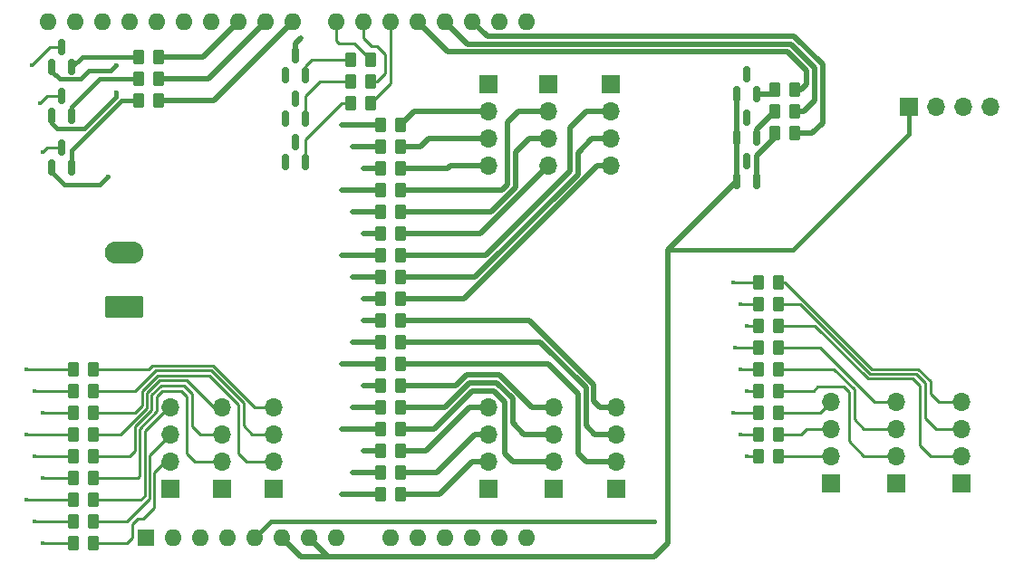
<source format=gbr>
%TF.GenerationSoftware,KiCad,Pcbnew,(6.0.7)*%
%TF.CreationDate,2023-03-18T11:43:07+08:00*%
%TF.ProjectId,LED driver,4c454420-6472-4697-9665-722e6b696361,rev?*%
%TF.SameCoordinates,Original*%
%TF.FileFunction,Copper,L1,Top*%
%TF.FilePolarity,Positive*%
%FSLAX46Y46*%
G04 Gerber Fmt 4.6, Leading zero omitted, Abs format (unit mm)*
G04 Created by KiCad (PCBNEW (6.0.7)) date 2023-03-18 11:43:07*
%MOMM*%
%LPD*%
G01*
G04 APERTURE LIST*
G04 Aperture macros list*
%AMRoundRect*
0 Rectangle with rounded corners*
0 $1 Rounding radius*
0 $2 $3 $4 $5 $6 $7 $8 $9 X,Y pos of 4 corners*
0 Add a 4 corners polygon primitive as box body*
4,1,4,$2,$3,$4,$5,$6,$7,$8,$9,$2,$3,0*
0 Add four circle primitives for the rounded corners*
1,1,$1+$1,$2,$3*
1,1,$1+$1,$4,$5*
1,1,$1+$1,$6,$7*
1,1,$1+$1,$8,$9*
0 Add four rect primitives between the rounded corners*
20,1,$1+$1,$2,$3,$4,$5,0*
20,1,$1+$1,$4,$5,$6,$7,0*
20,1,$1+$1,$6,$7,$8,$9,0*
20,1,$1+$1,$8,$9,$2,$3,0*%
G04 Aperture macros list end*
%TA.AperFunction,SMDPad,CuDef*%
%ADD10RoundRect,0.250000X-0.262500X-0.450000X0.262500X-0.450000X0.262500X0.450000X-0.262500X0.450000X0*%
%TD*%
%TA.AperFunction,SMDPad,CuDef*%
%ADD11RoundRect,0.150000X0.150000X-0.587500X0.150000X0.587500X-0.150000X0.587500X-0.150000X-0.587500X0*%
%TD*%
%TA.AperFunction,ComponentPad*%
%ADD12RoundRect,0.249999X1.550001X-0.790001X1.550001X0.790001X-1.550001X0.790001X-1.550001X-0.790001X0*%
%TD*%
%TA.AperFunction,ComponentPad*%
%ADD13O,3.600000X2.080000*%
%TD*%
%TA.AperFunction,SMDPad,CuDef*%
%ADD14RoundRect,0.250000X0.262500X0.450000X-0.262500X0.450000X-0.262500X-0.450000X0.262500X-0.450000X0*%
%TD*%
%TA.AperFunction,ComponentPad*%
%ADD15R,1.700000X1.700000*%
%TD*%
%TA.AperFunction,ComponentPad*%
%ADD16O,1.700000X1.700000*%
%TD*%
%TA.AperFunction,ComponentPad*%
%ADD17R,1.600000X1.600000*%
%TD*%
%TA.AperFunction,ComponentPad*%
%ADD18O,1.600000X1.600000*%
%TD*%
%TA.AperFunction,ViaPad*%
%ADD19C,0.400000*%
%TD*%
%TA.AperFunction,Conductor*%
%ADD20C,0.381000*%
%TD*%
%TA.AperFunction,Conductor*%
%ADD21C,0.508000*%
%TD*%
%TA.AperFunction,Conductor*%
%ADD22C,0.254000*%
%TD*%
G04 APERTURE END LIST*
D10*
%TO.P,R7,1*%
%TO.N,R1*%
X161901500Y-102362000D03*
%TO.P,R7,2*%
%TO.N,Net-(J4-Pad2)*%
X163726500Y-102362000D03*
%TD*%
D11*
%TO.P,Q1,1,E*%
%TO.N,GND*%
X159832000Y-88821500D03*
%TO.P,Q1,2,B*%
%TO.N,Net-(Q1-Pad2)*%
X161732000Y-88821500D03*
%TO.P,Q1,3,C*%
%TO.N,R1*%
X160782000Y-86946500D03*
%TD*%
%TO.P,Q8,1,E*%
%TO.N,GND*%
X95824000Y-82725500D03*
%TO.P,Q8,2,B*%
%TO.N,Net-(Q8-Pad2)*%
X97724000Y-82725500D03*
%TO.P,Q8,3,C*%
%TO.N,G3*%
X96774000Y-80850500D03*
%TD*%
D10*
%TO.P,R10,1*%
%TO.N,R1*%
X161901500Y-114554000D03*
%TO.P,R10,2*%
%TO.N,Net-(J5-Pad2)*%
X163726500Y-114554000D03*
%TD*%
%TO.P,R32,1*%
%TO.N,G2*%
X126595500Y-116078000D03*
%TO.P,R32,2*%
%TO.N,Net-(J11-Pad3)*%
X128420500Y-116078000D03*
%TD*%
D11*
%TO.P,Q7,1,E*%
%TO.N,GND*%
X95824000Y-87551500D03*
%TO.P,Q7,2,B*%
%TO.N,Net-(Q7-Pad2)*%
X97724000Y-87551500D03*
%TO.P,Q7,3,C*%
%TO.N,R3*%
X96774000Y-85676500D03*
%TD*%
D10*
%TO.P,R20,1*%
%TO.N,G2*%
X126595500Y-97790000D03*
%TO.P,R20,2*%
%TO.N,Net-(J8-Pad3)*%
X128420500Y-97790000D03*
%TD*%
D12*
%TO.P,J2,1,Pin_1*%
%TO.N,+5V*%
X102616000Y-100584000D03*
D13*
%TO.P,J2,2,Pin_2*%
%TO.N,GND*%
X102616000Y-95504000D03*
%TD*%
D10*
%TO.P,R5,1*%
%TO.N,G1*%
X161901500Y-106426000D03*
%TO.P,R5,2*%
%TO.N,Net-(J3-Pad3)*%
X163726500Y-106426000D03*
%TD*%
%TO.P,R17,1*%
%TO.N,G2*%
X126595500Y-91694000D03*
%TO.P,R17,2*%
%TO.N,Net-(J7-Pad3)*%
X128420500Y-91694000D03*
%TD*%
D11*
%TO.P,Q9,1,E*%
%TO.N,GND*%
X95824000Y-78153500D03*
%TO.P,Q9,2,B*%
%TO.N,Net-(Q9-Pad2)*%
X97724000Y-78153500D03*
%TO.P,Q9,3,C*%
%TO.N,B3*%
X96774000Y-76278500D03*
%TD*%
D14*
%TO.P,R1,1*%
%TO.N,D2*%
X165250500Y-84328000D03*
%TO.P,R1,2*%
%TO.N,Net-(Q1-Pad2)*%
X163425500Y-84328000D03*
%TD*%
D10*
%TO.P,R4,1*%
%TO.N,R1*%
X161901500Y-108458000D03*
%TO.P,R4,2*%
%TO.N,Net-(J3-Pad2)*%
X163726500Y-108458000D03*
%TD*%
%TO.P,R41,1*%
%TO.N,G3*%
X97893500Y-114554000D03*
%TO.P,R41,2*%
%TO.N,Net-(J13-Pad3)*%
X99718500Y-114554000D03*
%TD*%
D15*
%TO.P,J5,1,Pin_1*%
%TO.N,+5V*%
X168656000Y-117094000D03*
D16*
%TO.P,J5,2,Pin_2*%
%TO.N,Net-(J5-Pad2)*%
X168656000Y-114554000D03*
%TO.P,J5,3,Pin_3*%
%TO.N,Net-(J5-Pad3)*%
X168656000Y-112014000D03*
%TO.P,J5,4,Pin_4*%
%TO.N,Net-(J5-Pad4)*%
X168656000Y-109474000D03*
%TD*%
D10*
%TO.P,R9,1*%
%TO.N,B1*%
X161901500Y-98298000D03*
%TO.P,R9,2*%
%TO.N,Net-(J4-Pad4)*%
X163726500Y-98298000D03*
%TD*%
%TO.P,R27,1*%
%TO.N,B2*%
X126595500Y-101854000D03*
%TO.P,R27,2*%
%TO.N,Net-(J9-Pad4)*%
X128420500Y-101854000D03*
%TD*%
D15*
%TO.P,J12,1,Pin_1*%
%TO.N,+5V*%
X106934000Y-117592000D03*
D16*
%TO.P,J12,2,Pin_2*%
%TO.N,Net-(J12-Pad2)*%
X106934000Y-115052000D03*
%TO.P,J12,3,Pin_3*%
%TO.N,Net-(J12-Pad3)*%
X106934000Y-112512000D03*
%TO.P,J12,4,Pin_4*%
%TO.N,Net-(J12-Pad4)*%
X106934000Y-109972000D03*
%TD*%
D15*
%TO.P,J8,1,Pin_1*%
%TO.N,+5V*%
X148082000Y-79756000D03*
D16*
%TO.P,J8,2,Pin_2*%
%TO.N,Net-(J8-Pad2)*%
X148082000Y-82296000D03*
%TO.P,J8,3,Pin_3*%
%TO.N,Net-(J8-Pad3)*%
X148082000Y-84836000D03*
%TO.P,J8,4,Pin_4*%
%TO.N,Net-(J8-Pad4)*%
X148082000Y-87376000D03*
%TD*%
D14*
%TO.P,R2,1*%
%TO.N,D3*%
X165250500Y-82296000D03*
%TO.P,R2,2*%
%TO.N,Net-(Q2-Pad2)*%
X163425500Y-82296000D03*
%TD*%
D15*
%TO.P,J11,1,Pin_1*%
%TO.N,+5V*%
X136652000Y-117592000D03*
D16*
%TO.P,J11,2,Pin_2*%
%TO.N,Net-(J11-Pad2)*%
X136652000Y-115052000D03*
%TO.P,J11,3,Pin_3*%
%TO.N,Net-(J11-Pad3)*%
X136652000Y-112512000D03*
%TO.P,J11,4,Pin_4*%
%TO.N,Net-(J11-Pad4)*%
X136652000Y-109972000D03*
%TD*%
D10*
%TO.P,R40,1*%
%TO.N,R3*%
X97893500Y-116586000D03*
%TO.P,R40,2*%
%TO.N,Net-(J13-Pad2)*%
X99718500Y-116586000D03*
%TD*%
%TO.P,R26,1*%
%TO.N,G2*%
X126595500Y-103886000D03*
%TO.P,R26,2*%
%TO.N,Net-(J9-Pad3)*%
X128420500Y-103886000D03*
%TD*%
D14*
%TO.P,R3,1*%
%TO.N,D4*%
X165250500Y-80264000D03*
%TO.P,R3,2*%
%TO.N,Net-(Q3-Pad2)*%
X163425500Y-80264000D03*
%TD*%
%TO.P,R35,1*%
%TO.N,D9*%
X105814500Y-79248000D03*
%TO.P,R35,2*%
%TO.N,Net-(Q8-Pad2)*%
X103989500Y-79248000D03*
%TD*%
D11*
%TO.P,Q6,1,E*%
%TO.N,GND*%
X117668000Y-78915500D03*
%TO.P,Q6,2,B*%
%TO.N,Net-(Q6-Pad2)*%
X119568000Y-78915500D03*
%TO.P,Q6,3,C*%
%TO.N,B2*%
X118618000Y-77040500D03*
%TD*%
D15*
%TO.P,J6,1,Pin_1*%
%TO.N,+5V*%
X136652000Y-79756000D03*
D16*
%TO.P,J6,2,Pin_2*%
%TO.N,Net-(J6-Pad2)*%
X136652000Y-82296000D03*
%TO.P,J6,3,Pin_3*%
%TO.N,Net-(J6-Pad3)*%
X136652000Y-84836000D03*
%TO.P,J6,4,Pin_4*%
%TO.N,Net-(J6-Pad4)*%
X136652000Y-87376000D03*
%TD*%
D10*
%TO.P,R44,1*%
%TO.N,G3*%
X97893500Y-108458000D03*
%TO.P,R44,2*%
%TO.N,Net-(J14-Pad3)*%
X99718500Y-108458000D03*
%TD*%
%TO.P,R14,1*%
%TO.N,G2*%
X126595500Y-85598000D03*
%TO.P,R14,2*%
%TO.N,Net-(J6-Pad3)*%
X128420500Y-85598000D03*
%TD*%
%TO.P,R25,1*%
%TO.N,R2*%
X126595500Y-105918000D03*
%TO.P,R25,2*%
%TO.N,Net-(J9-Pad2)*%
X128420500Y-105918000D03*
%TD*%
%TO.P,R12,1*%
%TO.N,B1*%
X161901500Y-110490000D03*
%TO.P,R12,2*%
%TO.N,Net-(J5-Pad4)*%
X163726500Y-110490000D03*
%TD*%
%TO.P,R43,1*%
%TO.N,R3*%
X97893500Y-110490000D03*
%TO.P,R43,2*%
%TO.N,Net-(J14-Pad2)*%
X99718500Y-110490000D03*
%TD*%
%TO.P,R42,1*%
%TO.N,B3*%
X97893500Y-112522000D03*
%TO.P,R42,2*%
%TO.N,Net-(J13-Pad4)*%
X99718500Y-112522000D03*
%TD*%
%TO.P,R21,1*%
%TO.N,B2*%
X126595500Y-99822000D03*
%TO.P,R21,2*%
%TO.N,Net-(J8-Pad4)*%
X128420500Y-99822000D03*
%TD*%
D11*
%TO.P,Q4,1,E*%
%TO.N,GND*%
X117668000Y-87043500D03*
%TO.P,Q4,2,B*%
%TO.N,Net-(Q4-Pad2)*%
X119568000Y-87043500D03*
%TO.P,Q4,3,C*%
%TO.N,R2*%
X118618000Y-85168500D03*
%TD*%
D10*
%TO.P,R11,1*%
%TO.N,G1*%
X161901500Y-112522000D03*
%TO.P,R11,2*%
%TO.N,Net-(J5-Pad3)*%
X163726500Y-112522000D03*
%TD*%
%TO.P,R45,1*%
%TO.N,B3*%
X97893500Y-106426000D03*
%TO.P,R45,2*%
%TO.N,Net-(J14-Pad4)*%
X99718500Y-106426000D03*
%TD*%
D15*
%TO.P,J4,1,Pin_1*%
%TO.N,+5V*%
X180848000Y-117084000D03*
D16*
%TO.P,J4,2,Pin_2*%
%TO.N,Net-(J4-Pad2)*%
X180848000Y-114544000D03*
%TO.P,J4,3,Pin_3*%
%TO.N,Net-(J4-Pad3)*%
X180848000Y-112004000D03*
%TO.P,J4,4,Pin_4*%
%TO.N,Net-(J4-Pad4)*%
X180848000Y-109464000D03*
%TD*%
D10*
%TO.P,R33,1*%
%TO.N,B2*%
X126595500Y-114046000D03*
%TO.P,R33,2*%
%TO.N,Net-(J11-Pad4)*%
X128420500Y-114046000D03*
%TD*%
%TO.P,R16,1*%
%TO.N,R2*%
X126595500Y-89662000D03*
%TO.P,R16,2*%
%TO.N,Net-(J7-Pad2)*%
X128420500Y-89662000D03*
%TD*%
D15*
%TO.P,J9,1,Pin_1*%
%TO.N,+5V*%
X148590000Y-117612000D03*
D16*
%TO.P,J9,2,Pin_2*%
%TO.N,Net-(J9-Pad2)*%
X148590000Y-115072000D03*
%TO.P,J9,3,Pin_3*%
%TO.N,Net-(J9-Pad3)*%
X148590000Y-112532000D03*
%TO.P,J9,4,Pin_4*%
%TO.N,Net-(J9-Pad4)*%
X148590000Y-109992000D03*
%TD*%
D15*
%TO.P,J10,1,Pin_1*%
%TO.N,+5V*%
X142748000Y-117602000D03*
D16*
%TO.P,J10,2,Pin_2*%
%TO.N,Net-(J10-Pad2)*%
X142748000Y-115062000D03*
%TO.P,J10,3,Pin_3*%
%TO.N,Net-(J10-Pad3)*%
X142748000Y-112522000D03*
%TO.P,J10,4,Pin_4*%
%TO.N,Net-(J10-Pad4)*%
X142748000Y-109982000D03*
%TD*%
D14*
%TO.P,R23,1*%
%TO.N,D6*%
X125626500Y-79502000D03*
%TO.P,R23,2*%
%TO.N,Net-(Q5-Pad2)*%
X123801500Y-79502000D03*
%TD*%
D15*
%TO.P,J14,1,Pin_1*%
%TO.N,+5V*%
X116586000Y-117592000D03*
D16*
%TO.P,J14,2,Pin_2*%
%TO.N,Net-(J14-Pad2)*%
X116586000Y-115052000D03*
%TO.P,J14,3,Pin_3*%
%TO.N,Net-(J14-Pad3)*%
X116586000Y-112512000D03*
%TO.P,J14,4,Pin_4*%
%TO.N,Net-(J14-Pad4)*%
X116586000Y-109972000D03*
%TD*%
D10*
%TO.P,R6,1*%
%TO.N,B1*%
X161901500Y-104394000D03*
%TO.P,R6,2*%
%TO.N,Net-(J3-Pad4)*%
X163726500Y-104394000D03*
%TD*%
D15*
%TO.P,J7,1,Pin_1*%
%TO.N,+5V*%
X142240000Y-79756000D03*
D16*
%TO.P,J7,2,Pin_2*%
%TO.N,Net-(J7-Pad2)*%
X142240000Y-82296000D03*
%TO.P,J7,3,Pin_3*%
%TO.N,Net-(J7-Pad3)*%
X142240000Y-84836000D03*
%TO.P,J7,4,Pin_4*%
%TO.N,Net-(J7-Pad4)*%
X142240000Y-87376000D03*
%TD*%
D15*
%TO.P,J13,1,Pin_1*%
%TO.N,+5V*%
X111760000Y-117592000D03*
D16*
%TO.P,J13,2,Pin_2*%
%TO.N,Net-(J13-Pad2)*%
X111760000Y-115052000D03*
%TO.P,J13,3,Pin_3*%
%TO.N,Net-(J13-Pad3)*%
X111760000Y-112512000D03*
%TO.P,J13,4,Pin_4*%
%TO.N,Net-(J13-Pad4)*%
X111760000Y-109972000D03*
%TD*%
D10*
%TO.P,R31,1*%
%TO.N,R2*%
X126595500Y-118110000D03*
%TO.P,R31,2*%
%TO.N,Net-(J11-Pad2)*%
X128420500Y-118110000D03*
%TD*%
D14*
%TO.P,R34,1*%
%TO.N,D8*%
X105814500Y-81280000D03*
%TO.P,R34,2*%
%TO.N,Net-(Q7-Pad2)*%
X103989500Y-81280000D03*
%TD*%
D10*
%TO.P,R28,1*%
%TO.N,R2*%
X126595500Y-112014000D03*
%TO.P,R28,2*%
%TO.N,Net-(J10-Pad2)*%
X128420500Y-112014000D03*
%TD*%
D11*
%TO.P,Q2,1,E*%
%TO.N,GND*%
X159832000Y-84757500D03*
%TO.P,Q2,2,B*%
%TO.N,Net-(Q2-Pad2)*%
X161732000Y-84757500D03*
%TO.P,Q2,3,C*%
%TO.N,G1*%
X160782000Y-82882500D03*
%TD*%
D10*
%TO.P,R18,1*%
%TO.N,B2*%
X126595500Y-93726000D03*
%TO.P,R18,2*%
%TO.N,Net-(J7-Pad4)*%
X128420500Y-93726000D03*
%TD*%
D14*
%TO.P,R36,1*%
%TO.N,D10*%
X105814500Y-77216000D03*
%TO.P,R36,2*%
%TO.N,Net-(Q9-Pad2)*%
X103989500Y-77216000D03*
%TD*%
D11*
%TO.P,Q5,1,E*%
%TO.N,GND*%
X117668000Y-82979500D03*
%TO.P,Q5,2,B*%
%TO.N,Net-(Q5-Pad2)*%
X119568000Y-82979500D03*
%TO.P,Q5,3,C*%
%TO.N,G2*%
X118618000Y-81104500D03*
%TD*%
D10*
%TO.P,R38,1*%
%TO.N,G3*%
X97893500Y-120650000D03*
%TO.P,R38,2*%
%TO.N,Net-(J12-Pad3)*%
X99718500Y-120650000D03*
%TD*%
%TO.P,R15,1*%
%TO.N,B2*%
X126595500Y-87630000D03*
%TO.P,R15,2*%
%TO.N,Net-(J6-Pad4)*%
X128420500Y-87630000D03*
%TD*%
D11*
%TO.P,Q3,1,E*%
%TO.N,GND*%
X159832000Y-80693500D03*
%TO.P,Q3,2,B*%
%TO.N,Net-(Q3-Pad2)*%
X161732000Y-80693500D03*
%TO.P,Q3,3,C*%
%TO.N,B1*%
X160782000Y-78818500D03*
%TD*%
D10*
%TO.P,R8,1*%
%TO.N,G1*%
X161901500Y-100330000D03*
%TO.P,R8,2*%
%TO.N,Net-(J4-Pad3)*%
X163726500Y-100330000D03*
%TD*%
%TO.P,R30,1*%
%TO.N,B2*%
X126595500Y-107950000D03*
%TO.P,R30,2*%
%TO.N,Net-(J10-Pad4)*%
X128420500Y-107950000D03*
%TD*%
%TO.P,R39,1*%
%TO.N,B3*%
X97893500Y-118618000D03*
%TO.P,R39,2*%
%TO.N,Net-(J12-Pad4)*%
X99718500Y-118618000D03*
%TD*%
D15*
%TO.P,J3,1,Pin_1*%
%TO.N,+5V*%
X174752000Y-117094000D03*
D16*
%TO.P,J3,2,Pin_2*%
%TO.N,Net-(J3-Pad2)*%
X174752000Y-114554000D03*
%TO.P,J3,3,Pin_3*%
%TO.N,Net-(J3-Pad3)*%
X174752000Y-112014000D03*
%TO.P,J3,4,Pin_4*%
%TO.N,Net-(J3-Pad4)*%
X174752000Y-109474000D03*
%TD*%
D14*
%TO.P,R24,1*%
%TO.N,D7*%
X125626500Y-77470000D03*
%TO.P,R24,2*%
%TO.N,Net-(Q6-Pad2)*%
X123801500Y-77470000D03*
%TD*%
D15*
%TO.P,J1,1,Pin_1*%
%TO.N,GND*%
X175905000Y-81845000D03*
D16*
%TO.P,J1,2,Pin_2*%
%TO.N,+5VD*%
X178445000Y-81845000D03*
%TO.P,J1,3,Pin_3*%
%TO.N,SDA*%
X180985000Y-81845000D03*
%TO.P,J1,4,Pin_4*%
%TO.N,SCL*%
X183525000Y-81845000D03*
%TD*%
D10*
%TO.P,R29,1*%
%TO.N,G2*%
X126595500Y-109982000D03*
%TO.P,R29,2*%
%TO.N,Net-(J10-Pad3)*%
X128420500Y-109982000D03*
%TD*%
D14*
%TO.P,R22,1*%
%TO.N,D5*%
X125626500Y-81534000D03*
%TO.P,R22,2*%
%TO.N,Net-(Q4-Pad2)*%
X123801500Y-81534000D03*
%TD*%
D10*
%TO.P,R37,1*%
%TO.N,R3*%
X97893500Y-122682000D03*
%TO.P,R37,2*%
%TO.N,Net-(J12-Pad2)*%
X99718500Y-122682000D03*
%TD*%
%TO.P,R13,1*%
%TO.N,R2*%
X126595500Y-83566000D03*
%TO.P,R13,2*%
%TO.N,Net-(J6-Pad2)*%
X128420500Y-83566000D03*
%TD*%
%TO.P,R19,1*%
%TO.N,R2*%
X126595500Y-95758000D03*
%TO.P,R19,2*%
%TO.N,Net-(J8-Pad2)*%
X128420500Y-95758000D03*
%TD*%
D17*
%TO.P,A1,1,NC*%
%TO.N,unconnected-(A1-Pad1)*%
X104648000Y-122174000D03*
D18*
%TO.P,A1,2,IOREF*%
%TO.N,unconnected-(A1-Pad2)*%
X107188000Y-122174000D03*
%TO.P,A1,3,~{RESET}*%
%TO.N,unconnected-(A1-Pad3)*%
X109728000Y-122174000D03*
%TO.P,A1,4,3V3*%
%TO.N,unconnected-(A1-Pad4)*%
X112268000Y-122174000D03*
%TO.P,A1,5,+5V*%
%TO.N,+5VD*%
X114808000Y-122174000D03*
%TO.P,A1,6,GND*%
%TO.N,GND*%
X117348000Y-122174000D03*
%TO.P,A1,7,GND*%
X119888000Y-122174000D03*
%TO.P,A1,8,VIN*%
%TO.N,unconnected-(A1-Pad8)*%
X122428000Y-122174000D03*
%TO.P,A1,9,A0*%
%TO.N,unconnected-(A1-Pad9)*%
X127508000Y-122174000D03*
%TO.P,A1,10,A1*%
%TO.N,unconnected-(A1-Pad10)*%
X130048000Y-122174000D03*
%TO.P,A1,11,A2*%
%TO.N,unconnected-(A1-Pad11)*%
X132588000Y-122174000D03*
%TO.P,A1,12,A3*%
%TO.N,unconnected-(A1-Pad12)*%
X135128000Y-122174000D03*
%TO.P,A1,13,SDA/A4*%
%TO.N,SDA*%
X137668000Y-122174000D03*
%TO.P,A1,14,SCL/A5*%
%TO.N,SCL*%
X140208000Y-122174000D03*
%TO.P,A1,15,D0/RX*%
%TO.N,unconnected-(A1-Pad15)*%
X140208000Y-73914000D03*
%TO.P,A1,16,D1/TX*%
%TO.N,unconnected-(A1-Pad16)*%
X137668000Y-73914000D03*
%TO.P,A1,17,D2*%
%TO.N,D2*%
X135128000Y-73914000D03*
%TO.P,A1,18,D3*%
%TO.N,D3*%
X132588000Y-73914000D03*
%TO.P,A1,19,D4*%
%TO.N,D4*%
X130048000Y-73914000D03*
%TO.P,A1,20,D5*%
%TO.N,D5*%
X127508000Y-73914000D03*
%TO.P,A1,21,D6*%
%TO.N,D6*%
X124968000Y-73914000D03*
%TO.P,A1,22,D7*%
%TO.N,D7*%
X122428000Y-73914000D03*
%TO.P,A1,23,D8*%
%TO.N,D8*%
X118368000Y-73914000D03*
%TO.P,A1,24,D9*%
%TO.N,D9*%
X115828000Y-73914000D03*
%TO.P,A1,25,D10*%
%TO.N,D10*%
X113288000Y-73914000D03*
%TO.P,A1,26,D11*%
%TO.N,unconnected-(A1-Pad26)*%
X110748000Y-73914000D03*
%TO.P,A1,27,D12*%
%TO.N,unconnected-(A1-Pad27)*%
X108208000Y-73914000D03*
%TO.P,A1,28,D13*%
%TO.N,unconnected-(A1-Pad28)*%
X105668000Y-73914000D03*
%TO.P,A1,29,GND*%
%TO.N,GND*%
X103128000Y-73914000D03*
%TO.P,A1,30,AREF*%
%TO.N,unconnected-(A1-Pad30)*%
X100588000Y-73914000D03*
%TO.P,A1,31,SDA/A4*%
%TO.N,unconnected-(A1-Pad31)*%
X98048000Y-73914000D03*
%TO.P,A1,32,SCL/A5*%
%TO.N,unconnected-(A1-Pad32)*%
X95508000Y-73914000D03*
%TD*%
D19*
%TO.N,+5VD*%
X152146000Y-120650000D03*
%TO.N,GND*%
X101092000Y-88392000D03*
X117668000Y-78915500D03*
X117668000Y-87043500D03*
X101854000Y-77978000D03*
X101854000Y-80518000D03*
X117668000Y-82979500D03*
%TO.N,R1*%
X160782000Y-114554000D03*
X160782000Y-102362000D03*
X160800500Y-108458000D03*
X160782000Y-86868000D03*
%TO.N,G1*%
X160147000Y-106426000D03*
X160147000Y-112522000D03*
X160782000Y-82804000D03*
X160147000Y-100330000D03*
%TO.N,B1*%
X159620500Y-104394000D03*
X160782000Y-78740000D03*
X159512000Y-110490000D03*
X159512000Y-98298000D03*
%TO.N,R2*%
X122936000Y-105918000D03*
X122936000Y-83566000D03*
X122936000Y-89662000D03*
X118618000Y-85090000D03*
X122936000Y-118110000D03*
X122936000Y-112014000D03*
X122936000Y-95758000D03*
%TO.N,G2*%
X123952000Y-109982000D03*
X123952000Y-97790000D03*
X123952000Y-85598000D03*
X123952000Y-116078000D03*
X123952000Y-103886000D03*
X123952000Y-91694000D03*
X118618000Y-81026000D03*
%TO.N,B2*%
X124968000Y-101854000D03*
X124968000Y-114046000D03*
X124968000Y-99822000D03*
X124968000Y-87630000D03*
X119126000Y-75438000D03*
X124968000Y-93726000D03*
X124968000Y-107950000D03*
%TO.N,R3*%
X94996000Y-86106000D03*
X94996000Y-116586000D03*
X94996000Y-122682000D03*
X94996000Y-110490000D03*
%TO.N,G3*%
X94234000Y-108458000D03*
X94234000Y-114554000D03*
X94234000Y-120650000D03*
X94742000Y-81534000D03*
%TO.N,B3*%
X93472000Y-106426000D03*
X93980000Y-77978000D03*
X93472000Y-118618000D03*
X93472000Y-112522000D03*
%TD*%
D20*
%TO.N,+5VD*%
X116332000Y-120650000D02*
X139954000Y-120650000D01*
X114808000Y-122174000D02*
X116332000Y-120650000D01*
X139954000Y-120650000D02*
X152146000Y-120650000D01*
D21*
%TO.N,GND*%
X119126000Y-123952000D02*
X117348000Y-122174000D01*
D20*
X101854000Y-80967020D02*
X98903510Y-83917510D01*
X99314000Y-78486000D02*
X98518980Y-79281020D01*
X101854000Y-80518000D02*
X101854000Y-80967020D01*
X95824000Y-78552000D02*
X95824000Y-78153500D01*
X101092000Y-88392000D02*
X100330000Y-89154000D01*
X101854000Y-77978000D02*
X101346000Y-78486000D01*
X100330000Y-89154000D02*
X97028000Y-89154000D01*
D21*
X122428000Y-123952000D02*
X119126000Y-123952000D01*
X153416000Y-122682000D02*
X152146000Y-123952000D01*
X152146000Y-123952000D02*
X122428000Y-123952000D01*
D20*
X96553020Y-79281020D02*
X95824000Y-78552000D01*
D21*
X159832000Y-88821500D02*
X153416000Y-95237500D01*
X119888000Y-122174000D02*
X121666000Y-123952000D01*
D20*
X97028000Y-89154000D02*
X95824000Y-87950000D01*
X96363510Y-83917510D02*
X95824000Y-83378000D01*
X95824000Y-87950000D02*
X95824000Y-87551500D01*
X98518980Y-79281020D02*
X96553020Y-79281020D01*
X175905000Y-81845000D02*
X175905000Y-84445000D01*
X165112500Y-95237500D02*
X153416000Y-95237500D01*
D21*
X159832000Y-80693500D02*
X159832000Y-88821500D01*
D20*
X95824000Y-83378000D02*
X95824000Y-82725500D01*
D21*
X153416000Y-95237500D02*
X153416000Y-122682000D01*
D20*
X175905000Y-84445000D02*
X165112500Y-95237500D01*
D21*
X121666000Y-123952000D02*
X122428000Y-123952000D01*
D20*
X101346000Y-78486000D02*
X99314000Y-78486000D01*
X98903510Y-83917510D02*
X96363510Y-83917510D01*
D21*
%TO.N,D2*%
X165193544Y-75292960D02*
X167839520Y-77938936D01*
X135128000Y-73914000D02*
X136506960Y-75292960D01*
X166878000Y-84328000D02*
X165250500Y-84328000D01*
X136506960Y-75292960D02*
X165193544Y-75292960D01*
X167839520Y-83366480D02*
X166878000Y-84328000D01*
X167839520Y-77938936D02*
X167839520Y-83366480D01*
%TO.N,D3*%
X164900480Y-76000480D02*
X167132000Y-78232000D01*
X134674480Y-76000480D02*
X164900480Y-76000480D01*
X166116000Y-82296000D02*
X165250500Y-82296000D01*
X167132000Y-81280000D02*
X166116000Y-82296000D01*
X132588000Y-73914000D02*
X134674480Y-76000480D01*
X167132000Y-78232000D02*
X167132000Y-81280000D01*
%TO.N,D4*%
X130048000Y-73914000D02*
X132842000Y-76708000D01*
X132842000Y-76708000D02*
X164592000Y-76708000D01*
X165862000Y-80264000D02*
X165250500Y-80264000D01*
X166370000Y-78486000D02*
X166370000Y-79756000D01*
X164592000Y-76708000D02*
X166370000Y-78486000D01*
X166370000Y-79756000D02*
X165862000Y-80264000D01*
D22*
%TO.N,D5*%
X127508000Y-73914000D02*
X127508000Y-79652500D01*
X127508000Y-79652500D02*
X125626500Y-81534000D01*
%TO.N,D6*%
X124968000Y-73914000D02*
X124968000Y-75438000D01*
X125730000Y-76200000D02*
X126238000Y-76200000D01*
X126238000Y-79502000D02*
X125626500Y-79502000D01*
X124968000Y-75438000D02*
X125730000Y-76200000D01*
X126238000Y-76200000D02*
X127000000Y-76962000D01*
X127000000Y-76962000D02*
X127000000Y-78740000D01*
X127000000Y-78740000D02*
X126238000Y-79502000D01*
%TO.N,D7*%
X124102500Y-75946000D02*
X125626500Y-77470000D01*
X122682000Y-75946000D02*
X124102500Y-75946000D01*
X122428000Y-75692000D02*
X122682000Y-75946000D01*
X122428000Y-73914000D02*
X122428000Y-75692000D01*
D21*
%TO.N,D8*%
X111002000Y-81280000D02*
X105814500Y-81280000D01*
X118368000Y-73914000D02*
X111002000Y-81280000D01*
%TO.N,D9*%
X110494000Y-79248000D02*
X115828000Y-73914000D01*
X105814500Y-79248000D02*
X110494000Y-79248000D01*
%TO.N,D10*%
X113288000Y-73914000D02*
X109986000Y-77216000D01*
X109986000Y-77216000D02*
X105814500Y-77216000D01*
D22*
%TO.N,Net-(J3-Pad2)*%
X167386000Y-108077000D02*
X169799000Y-108077000D01*
X163726500Y-108458000D02*
X167005000Y-108458000D01*
X169799000Y-108077000D02*
X170307000Y-108585000D01*
X170307000Y-113157000D02*
X171704000Y-114554000D01*
X171704000Y-114554000D02*
X174752000Y-114554000D01*
X170307000Y-108585000D02*
X170307000Y-113157000D01*
X167005000Y-108458000D02*
X167386000Y-108077000D01*
%TO.N,Net-(J3-Pad3)*%
X170815000Y-108331000D02*
X170815000Y-111125000D01*
X170815000Y-111125000D02*
X171704000Y-112014000D01*
X163726500Y-106426000D02*
X168910000Y-106426000D01*
X168910000Y-106426000D02*
X170815000Y-108331000D01*
X171704000Y-112014000D02*
X174752000Y-112014000D01*
%TO.N,Net-(J3-Pad4)*%
X172720000Y-109474000D02*
X174752000Y-109474000D01*
X163726500Y-104394000D02*
X167640000Y-104394000D01*
X167640000Y-104394000D02*
X172720000Y-109474000D01*
%TO.N,Net-(J4-Pad2)*%
X176911000Y-107950000D02*
X176911000Y-113538000D01*
X177917000Y-114544000D02*
X180848000Y-114544000D01*
X167132000Y-102362000D02*
X172085000Y-107315000D01*
X176911000Y-113538000D02*
X177917000Y-114544000D01*
X172085000Y-107315000D02*
X176276000Y-107315000D01*
X163726500Y-102362000D02*
X167132000Y-102362000D01*
X176276000Y-107315000D02*
X176911000Y-107950000D01*
%TO.N,Net-(J4-Pad3)*%
X163726500Y-100330000D02*
X165742052Y-100330000D01*
X176584000Y-106861000D02*
X177419000Y-107696000D01*
X177419000Y-110998000D02*
X178425000Y-112004000D01*
X178425000Y-112004000D02*
X180848000Y-112004000D01*
X177419000Y-107696000D02*
X177419000Y-110998000D01*
X172273052Y-106861000D02*
X176584000Y-106861000D01*
X165742052Y-100330000D02*
X172273052Y-106861000D01*
%TO.N,Net-(J4-Pad4)*%
X172461104Y-106407000D02*
X164352104Y-98298000D01*
X177927000Y-107561947D02*
X176772053Y-106407000D01*
X178679000Y-109464000D02*
X177927000Y-108712000D01*
X180848000Y-109464000D02*
X178679000Y-109464000D01*
X176772053Y-106407000D02*
X172461104Y-106407000D01*
X164352104Y-98298000D02*
X163726500Y-98298000D01*
X177927000Y-108712000D02*
X177927000Y-107561947D01*
%TO.N,Net-(J5-Pad2)*%
X163726500Y-114554000D02*
X168656000Y-114554000D01*
%TO.N,Net-(J5-Pad3)*%
X163726500Y-112522000D02*
X165862000Y-112522000D01*
X165862000Y-112522000D02*
X166370000Y-112014000D01*
X166370000Y-112014000D02*
X168656000Y-112014000D01*
%TO.N,Net-(J5-Pad4)*%
X167640000Y-110490000D02*
X168656000Y-109474000D01*
X163726500Y-110490000D02*
X167640000Y-110490000D01*
D21*
%TO.N,Net-(J6-Pad2)*%
X128420500Y-83566000D02*
X129690500Y-82296000D01*
X129690500Y-82296000D02*
X136652000Y-82296000D01*
%TO.N,Net-(J6-Pad3)*%
X128420500Y-85598000D02*
X130302000Y-85598000D01*
X130302000Y-85598000D02*
X131064000Y-84836000D01*
X131064000Y-84836000D02*
X136652000Y-84836000D01*
%TO.N,Net-(J6-Pad4)*%
X133096000Y-87376000D02*
X136652000Y-87376000D01*
X128420500Y-87630000D02*
X132842000Y-87630000D01*
X132842000Y-87630000D02*
X133096000Y-87376000D01*
%TO.N,Net-(J7-Pad2)*%
X138430000Y-83312000D02*
X139446000Y-82296000D01*
X138430000Y-89154000D02*
X138430000Y-83312000D01*
X128420500Y-89662000D02*
X137922000Y-89662000D01*
X137922000Y-89662000D02*
X138430000Y-89154000D01*
X139446000Y-82296000D02*
X142240000Y-82296000D01*
%TO.N,Net-(J7-Pad3)*%
X139192000Y-89408000D02*
X139192000Y-86106000D01*
X139192000Y-86106000D02*
X140462000Y-84836000D01*
X140462000Y-84836000D02*
X142240000Y-84836000D01*
X136906000Y-91694000D02*
X139192000Y-89408000D01*
X128420500Y-91694000D02*
X136906000Y-91694000D01*
%TO.N,Net-(J7-Pad4)*%
X128420500Y-93726000D02*
X135890000Y-93726000D01*
X135890000Y-93726000D02*
X142240000Y-87376000D01*
%TO.N,Net-(J8-Pad2)*%
X128420500Y-95758000D02*
X136398000Y-95758000D01*
X136398000Y-95758000D02*
X144272000Y-87884000D01*
X144272000Y-87884000D02*
X144272000Y-83820000D01*
X144272000Y-83820000D02*
X145796000Y-82296000D01*
X145796000Y-82296000D02*
X148082000Y-82296000D01*
%TO.N,Net-(J8-Pad3)*%
X144979520Y-86160480D02*
X146304000Y-84836000D01*
X135382000Y-97790000D02*
X144979520Y-88192480D01*
X146304000Y-84836000D02*
X148082000Y-84836000D01*
X144979520Y-88192480D02*
X144979520Y-86160480D01*
X128420500Y-97790000D02*
X135382000Y-97790000D01*
%TO.N,Net-(J8-Pad4)*%
X146796584Y-87376000D02*
X148082000Y-87376000D01*
X134350584Y-99822000D02*
X146796584Y-87376000D01*
X128420500Y-99822000D02*
X134350584Y-99822000D01*
%TO.N,Net-(J9-Pad2)*%
X145806000Y-115072000D02*
X148590000Y-115072000D01*
X128420500Y-105918000D02*
X142240000Y-105918000D01*
X145034000Y-108712000D02*
X145034000Y-114300000D01*
X142240000Y-105918000D02*
X145034000Y-108712000D01*
X145034000Y-114300000D02*
X145806000Y-115072000D01*
%TO.N,Net-(J9-Pad3)*%
X145741520Y-108149520D02*
X145741520Y-111705520D01*
X146568000Y-112532000D02*
X148590000Y-112532000D01*
X128420500Y-103886000D02*
X141478000Y-103886000D01*
X141478000Y-103886000D02*
X145741520Y-108149520D01*
X145741520Y-111705520D02*
X146568000Y-112532000D01*
%TO.N,Net-(J9-Pad4)*%
X146449040Y-107856456D02*
X146449040Y-109365040D01*
X128420500Y-101854000D02*
X140446584Y-101854000D01*
X140446584Y-101854000D02*
X146449040Y-107856456D01*
X146449040Y-109365040D02*
X147076000Y-109992000D01*
X147076000Y-109992000D02*
X148590000Y-109992000D01*
%TO.N,Net-(J10-Pad2)*%
X128420500Y-112014000D02*
X131572000Y-112014000D01*
X138938000Y-115062000D02*
X142748000Y-115062000D01*
X131572000Y-112014000D02*
X135128000Y-108458000D01*
X137160000Y-108458000D02*
X138176000Y-109474000D01*
X138176000Y-109474000D02*
X138176000Y-114300000D01*
X135128000Y-108458000D02*
X137160000Y-108458000D01*
X138176000Y-114300000D02*
X138938000Y-115062000D01*
%TO.N,Net-(J10-Pad3)*%
X134874000Y-107696000D02*
X137414000Y-107696000D01*
X139954000Y-112522000D02*
X142748000Y-112522000D01*
X128420500Y-109982000D02*
X132588000Y-109982000D01*
X138883520Y-111451520D02*
X139954000Y-112522000D01*
X138883520Y-109165520D02*
X138883520Y-111451520D01*
X137414000Y-107696000D02*
X138883520Y-109165520D01*
X132588000Y-109982000D02*
X134874000Y-107696000D01*
%TO.N,Net-(J10-Pad4)*%
X133619416Y-107950000D02*
X134635416Y-106934000D01*
X140700584Y-109982000D02*
X142748000Y-109982000D01*
X137652584Y-106934000D02*
X140700584Y-109982000D01*
X128420500Y-107950000D02*
X133619416Y-107950000D01*
X134635416Y-106934000D02*
X137652584Y-106934000D01*
%TO.N,Net-(J11-Pad2)*%
X128420500Y-118110000D02*
X132080000Y-118110000D01*
X132080000Y-118110000D02*
X135138000Y-115052000D01*
X135138000Y-115052000D02*
X136652000Y-115052000D01*
%TO.N,Net-(J11-Pad3)*%
X128420500Y-116078000D02*
X131826000Y-116078000D01*
X135392000Y-112512000D02*
X136652000Y-112512000D01*
X131826000Y-116078000D02*
X135392000Y-112512000D01*
%TO.N,Net-(J11-Pad4)*%
X128420500Y-114046000D02*
X130810000Y-114046000D01*
X134884000Y-109972000D02*
X136652000Y-109972000D01*
X130810000Y-114046000D02*
X134884000Y-109972000D01*
D22*
%TO.N,Net-(J12-Pad2)*%
X102870000Y-122682000D02*
X103378000Y-122174000D01*
X104394000Y-120396000D02*
X105410000Y-119380000D01*
X103378000Y-122174000D02*
X103378000Y-120904000D01*
X103378000Y-120904000D02*
X103886000Y-120396000D01*
X105410000Y-116078000D02*
X106436000Y-115052000D01*
X105410000Y-119380000D02*
X105410000Y-116078000D01*
X106436000Y-115052000D02*
X106934000Y-115052000D01*
X103886000Y-120396000D02*
X104394000Y-120396000D01*
X99718500Y-122682000D02*
X102870000Y-122682000D01*
%TO.N,Net-(J12-Pad3)*%
X99718500Y-120650000D02*
X102870000Y-120650000D01*
X104956480Y-118563520D02*
X104956480Y-114489520D01*
X104956480Y-114489520D02*
X106934000Y-112512000D01*
X102870000Y-120650000D02*
X104956480Y-118563520D01*
%TO.N,Net-(J12-Pad4)*%
X104140000Y-118618000D02*
X104502960Y-118255040D01*
X104502960Y-118255040D02*
X104502960Y-112171788D01*
X104502960Y-112171788D02*
X106702748Y-109972000D01*
X99718500Y-118618000D02*
X104140000Y-118618000D01*
X106702748Y-109972000D02*
X106934000Y-109972000D01*
%TO.N,Net-(J13-Pad2)*%
X99718500Y-116586000D02*
X103886000Y-116586000D01*
X106172000Y-108458000D02*
X107950000Y-108458000D01*
X108458000Y-114300000D02*
X109210000Y-115052000D01*
X104049440Y-111983934D02*
X105664000Y-110369374D01*
X107950000Y-108458000D02*
X108458000Y-108966000D01*
X108458000Y-108966000D02*
X108458000Y-114300000D01*
X103886000Y-116586000D02*
X104049440Y-116422560D01*
X109210000Y-115052000D02*
X111760000Y-115052000D01*
X105664000Y-108966000D02*
X106172000Y-108458000D01*
X104049440Y-116422560D02*
X104049440Y-111983934D01*
X105664000Y-110369374D02*
X105664000Y-108966000D01*
%TO.N,Net-(J13-Pad3)*%
X105156000Y-108832626D02*
X106038626Y-107950000D01*
X103595920Y-114082080D02*
X103595920Y-111796080D01*
X103124000Y-114554000D02*
X103595920Y-114082080D01*
X109718000Y-112512000D02*
X111760000Y-112512000D01*
X108966000Y-111760000D02*
X109718000Y-112512000D01*
X108204000Y-107950000D02*
X108966000Y-108712000D01*
X106038626Y-107950000D02*
X108204000Y-107950000D01*
X108966000Y-108712000D02*
X108966000Y-111760000D01*
X99718500Y-114554000D02*
X103124000Y-114554000D01*
X105156000Y-110236000D02*
X105156000Y-108832626D01*
X103595920Y-111796080D02*
X105156000Y-110236000D01*
%TO.N,Net-(J13-Pad4)*%
X99718500Y-112522000D02*
X102228626Y-112522000D01*
X102228626Y-112522000D02*
X104702480Y-110048146D01*
X104702480Y-108644772D02*
X105905252Y-107442000D01*
X110988000Y-109972000D02*
X111760000Y-109972000D01*
X105905252Y-107442000D02*
X108458000Y-107442000D01*
X104702480Y-110048146D02*
X104702480Y-108644772D01*
X108458000Y-107442000D02*
X110988000Y-109972000D01*
%TO.N,Net-(J14-Pad2)*%
X105717398Y-106988480D02*
X110544480Y-106988480D01*
X114036000Y-115052000D02*
X116586000Y-115052000D01*
X104248960Y-108456918D02*
X105717398Y-106988480D01*
X99718500Y-110490000D02*
X103619252Y-110490000D01*
X110544480Y-106988480D02*
X113284000Y-109728000D01*
X113284000Y-114300000D02*
X114036000Y-115052000D01*
X103619252Y-110490000D02*
X104248960Y-109860292D01*
X113284000Y-109728000D02*
X113284000Y-114300000D01*
X104248960Y-109860292D02*
X104248960Y-108456918D01*
%TO.N,Net-(J14-Pad3)*%
X105529544Y-106534960D02*
X110732334Y-106534960D01*
X114544000Y-112512000D02*
X116586000Y-112512000D01*
X113737520Y-109540146D02*
X113737520Y-111705520D01*
X113737520Y-111705520D02*
X114544000Y-112512000D01*
X110732334Y-106534960D02*
X113737520Y-109540146D01*
X99718500Y-108458000D02*
X103606504Y-108458000D01*
X103606504Y-108458000D02*
X105529544Y-106534960D01*
%TO.N,Net-(J14-Pad4)*%
X99718500Y-106426000D02*
X104902000Y-106426000D01*
X105246560Y-106081440D02*
X110920188Y-106081440D01*
X114810748Y-109972000D02*
X116586000Y-109972000D01*
X104902000Y-106426000D02*
X105246560Y-106081440D01*
X110920188Y-106081440D02*
X114810748Y-109972000D01*
D21*
%TO.N,Net-(Q1-Pad2)*%
X161732000Y-86426000D02*
X161732000Y-88821500D01*
X163425500Y-84732500D02*
X161732000Y-86426000D01*
X163425500Y-84328000D02*
X163425500Y-84732500D01*
D22*
%TO.N,R1*%
X160782000Y-86946500D02*
X160782000Y-86868000D01*
X161901500Y-108458000D02*
X160800500Y-108458000D01*
X160782000Y-114554000D02*
X161901500Y-114554000D01*
X161901500Y-102362000D02*
X160782000Y-102362000D01*
D21*
%TO.N,Net-(Q2-Pad2)*%
X161732000Y-83989500D02*
X161732000Y-84757500D01*
X163425500Y-82296000D02*
X161732000Y-83989500D01*
D22*
%TO.N,G1*%
X160147000Y-112522000D02*
X161901500Y-112522000D01*
X161901500Y-100330000D02*
X160147000Y-100330000D01*
X160782000Y-82882500D02*
X160782000Y-82804000D01*
X161901500Y-106426000D02*
X160147000Y-106426000D01*
D21*
%TO.N,Net-(Q3-Pad2)*%
X162996000Y-80693500D02*
X163425500Y-80264000D01*
X161732000Y-80693500D02*
X162996000Y-80693500D01*
D22*
%TO.N,B1*%
X161901500Y-104394000D02*
X159620500Y-104394000D01*
X160782000Y-78818500D02*
X160782000Y-78740000D01*
X161901500Y-98298000D02*
X159512000Y-98298000D01*
X159512000Y-110490000D02*
X161901500Y-110490000D01*
%TO.N,Net-(Q4-Pad2)*%
X119568000Y-87043500D02*
X119568000Y-84902000D01*
X119568000Y-84902000D02*
X122936000Y-81534000D01*
X122936000Y-81534000D02*
X123801500Y-81534000D01*
D21*
%TO.N,R2*%
X122936000Y-83566000D02*
X126595500Y-83566000D01*
X126595500Y-105918000D02*
X122936000Y-105918000D01*
X126595500Y-95758000D02*
X122936000Y-95758000D01*
X126595500Y-112014000D02*
X122936000Y-112014000D01*
X126595500Y-89662000D02*
X122936000Y-89662000D01*
X122936000Y-118110000D02*
X126595500Y-118110000D01*
D22*
%TO.N,Net-(Q5-Pad2)*%
X119568000Y-82979500D02*
X119568000Y-80838000D01*
X119568000Y-80838000D02*
X120904000Y-79502000D01*
X120904000Y-79502000D02*
X123801500Y-79502000D01*
D21*
%TO.N,G2*%
X126595500Y-91694000D02*
X123952000Y-91694000D01*
X126595500Y-97790000D02*
X123952000Y-97790000D01*
X118618000Y-81104500D02*
X118618000Y-81026000D01*
X126595500Y-109982000D02*
X123952000Y-109982000D01*
X123952000Y-116078000D02*
X126595500Y-116078000D01*
X126595500Y-103886000D02*
X123952000Y-103886000D01*
X126595500Y-85598000D02*
X123952000Y-85598000D01*
D22*
%TO.N,Net-(Q6-Pad2)*%
X119568000Y-78044000D02*
X120142000Y-77470000D01*
X119568000Y-78915500D02*
X119568000Y-78044000D01*
X120142000Y-77470000D02*
X123801500Y-77470000D01*
D21*
%TO.N,B2*%
X126595500Y-93726000D02*
X124968000Y-93726000D01*
X126595500Y-87630000D02*
X124968000Y-87630000D01*
X126595500Y-107950000D02*
X124968000Y-107950000D01*
X126595500Y-114046000D02*
X124968000Y-114046000D01*
X126595500Y-99822000D02*
X124968000Y-99822000D01*
X126595500Y-101854000D02*
X124968000Y-101854000D01*
X118618000Y-77040500D02*
X118618000Y-75946000D01*
X118618000Y-75946000D02*
X119126000Y-75438000D01*
D20*
%TO.N,Net-(Q7-Pad2)*%
X103989500Y-81280000D02*
X102362000Y-81280000D01*
X102362000Y-81280000D02*
X97724000Y-85918000D01*
X97724000Y-85918000D02*
X97724000Y-87551500D01*
D22*
%TO.N,R3*%
X95425500Y-85676500D02*
X94996000Y-86106000D01*
X94996000Y-122682000D02*
X97893500Y-122682000D01*
X96774000Y-85676500D02*
X95425500Y-85676500D01*
X97893500Y-116586000D02*
X94996000Y-116586000D01*
X97893500Y-110490000D02*
X94996000Y-110490000D01*
D20*
%TO.N,Net-(Q8-Pad2)*%
X100330000Y-79248000D02*
X97724000Y-81854000D01*
X97724000Y-81854000D02*
X97724000Y-82725500D01*
X103989500Y-79248000D02*
X100330000Y-79248000D01*
D22*
%TO.N,G3*%
X96774000Y-80850500D02*
X95425500Y-80850500D01*
X94234000Y-120650000D02*
X97893500Y-120650000D01*
X97893500Y-114554000D02*
X94234000Y-114554000D01*
X95425500Y-80850500D02*
X94742000Y-81534000D01*
X97893500Y-108458000D02*
X94234000Y-108458000D01*
D20*
%TO.N,Net-(Q9-Pad2)*%
X103989500Y-77216000D02*
X98661500Y-77216000D01*
X98661500Y-77216000D02*
X97724000Y-78153500D01*
D22*
%TO.N,B3*%
X93472000Y-118618000D02*
X97893500Y-118618000D01*
X97893500Y-106426000D02*
X93472000Y-106426000D01*
X97893500Y-112522000D02*
X93472000Y-112522000D01*
X96774000Y-76278500D02*
X95679500Y-76278500D01*
X95679500Y-76278500D02*
X93980000Y-77978000D01*
%TD*%
M02*

</source>
